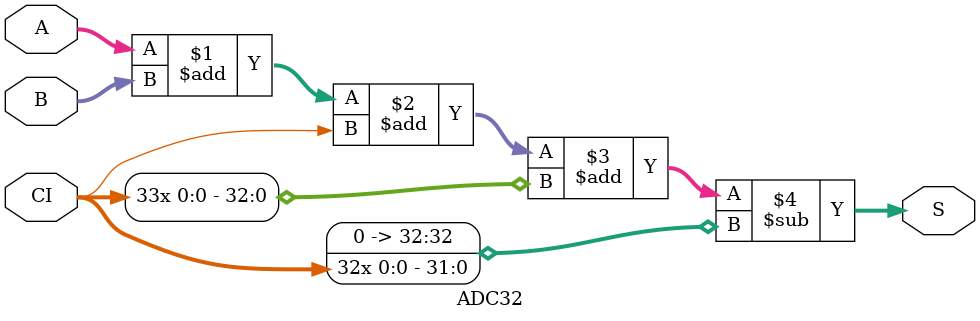
<source format=v>
`timescale 1ns / 1ps
module ADC32(input [31:0] A, 			//32ALUslt
			 input [31:0] B, 
			 input CI,		//
			 output [32:0] S
			); 

	assign S = A + B + CI + {33{CI}} - {32{CI}};

endmodule

</source>
